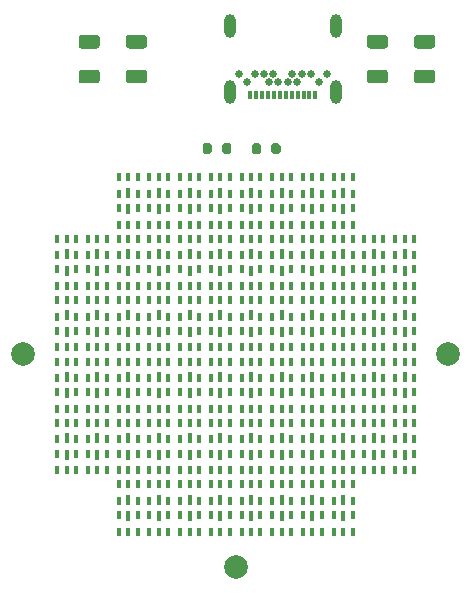
<source format=gbr>
G04 #@! TF.GenerationSoftware,KiCad,Pcbnew,(5.1.9-0-10_14)*
G04 #@! TF.CreationDate,2022-03-05T13:35:39-08:00*
G04 #@! TF.ProjectId,LED_array,4c45445f-6172-4726-9179-2e6b69636164,rev?*
G04 #@! TF.SameCoordinates,Original*
G04 #@! TF.FileFunction,Soldermask,Top*
G04 #@! TF.FilePolarity,Negative*
%FSLAX46Y46*%
G04 Gerber Fmt 4.6, Leading zero omitted, Abs format (unit mm)*
G04 Created by KiCad (PCBNEW (5.1.9-0-10_14)) date 2022-03-05 13:35:39*
%MOMM*%
%LPD*%
G01*
G04 APERTURE LIST*
%ADD10C,2.000000*%
%ADD11R,0.350000X0.700000*%
%ADD12C,0.650000*%
%ADD13O,1.000000X2.000000*%
%ADD14R,0.450000X0.850000*%
%ADD15R,0.450000X0.650000*%
G04 APERTURE END LIST*
D10*
X78000000Y-50000000D03*
X42000000Y-50000000D03*
X60000000Y-68000000D03*
D11*
X66750000Y-28070000D03*
X66250000Y-28070000D03*
X65750000Y-28070000D03*
X65250000Y-28070000D03*
X64750000Y-28070000D03*
X64250000Y-28070000D03*
X63750000Y-28070000D03*
X63250000Y-28070000D03*
X62750000Y-28070000D03*
X62250000Y-28070000D03*
X61750000Y-28070000D03*
X61250000Y-28070000D03*
D12*
X60950000Y-26950000D03*
X61600000Y-26250000D03*
X62400000Y-26250000D03*
X62800000Y-26950000D03*
X63200000Y-26250000D03*
X63600000Y-26950000D03*
X64400000Y-26950000D03*
X64800000Y-26250000D03*
X65200000Y-26950000D03*
X65600000Y-26250000D03*
X66400000Y-26250000D03*
X67050000Y-26950000D03*
X60275000Y-26250000D03*
X67725000Y-26250000D03*
D13*
X68500000Y-27750000D03*
X59500000Y-27750000D03*
X68500000Y-22150000D03*
X59500000Y-22150000D03*
D14*
X69100000Y-63700000D03*
D15*
X68300000Y-63600000D03*
X69900000Y-63600000D03*
X69100000Y-65000000D03*
X68300000Y-65000000D03*
X69900000Y-65000000D03*
D14*
X50900000Y-36300000D03*
D15*
X51700000Y-36400000D03*
X50100000Y-36400000D03*
X50900000Y-35000000D03*
X51700000Y-35000000D03*
X50100000Y-35000000D03*
D14*
X53500000Y-36300000D03*
D15*
X54300000Y-36400000D03*
X52700000Y-36400000D03*
X53500000Y-35000000D03*
X54300000Y-35000000D03*
X52700000Y-35000000D03*
D14*
X56100000Y-36300000D03*
D15*
X56900000Y-36400000D03*
X55300000Y-36400000D03*
X56100000Y-35000000D03*
X56900000Y-35000000D03*
X55300000Y-35000000D03*
D14*
X58700000Y-36300000D03*
D15*
X59500000Y-36400000D03*
X57900000Y-36400000D03*
X58700000Y-35000000D03*
X59500000Y-35000000D03*
X57900000Y-35000000D03*
D14*
X61300000Y-36300000D03*
D15*
X62100000Y-36400000D03*
X60500000Y-36400000D03*
X61300000Y-35000000D03*
X62100000Y-35000000D03*
X60500000Y-35000000D03*
D14*
X63900000Y-36300000D03*
D15*
X64700000Y-36400000D03*
X63100000Y-36400000D03*
X63900000Y-35000000D03*
X64700000Y-35000000D03*
X63100000Y-35000000D03*
D14*
X66500000Y-36300000D03*
D15*
X67300000Y-36400000D03*
X65700000Y-36400000D03*
X66500000Y-35000000D03*
X67300000Y-35000000D03*
X65700000Y-35000000D03*
D14*
X69100000Y-36300000D03*
D15*
X69900000Y-36400000D03*
X68300000Y-36400000D03*
X69100000Y-35000000D03*
X69900000Y-35000000D03*
X68300000Y-35000000D03*
D14*
X69100000Y-37700000D03*
D15*
X68300000Y-37600000D03*
X69900000Y-37600000D03*
X69100000Y-39000000D03*
X68300000Y-39000000D03*
X69900000Y-39000000D03*
D14*
X66500000Y-37700000D03*
D15*
X65700000Y-37600000D03*
X67300000Y-37600000D03*
X66500000Y-39000000D03*
X65700000Y-39000000D03*
X67300000Y-39000000D03*
D14*
X63900000Y-37700000D03*
D15*
X63100000Y-37600000D03*
X64700000Y-37600000D03*
X63900000Y-39000000D03*
X63100000Y-39000000D03*
X64700000Y-39000000D03*
D14*
X61300000Y-37700000D03*
D15*
X60500000Y-37600000D03*
X62100000Y-37600000D03*
X61300000Y-39000000D03*
X60500000Y-39000000D03*
X62100000Y-39000000D03*
D14*
X58700000Y-37700000D03*
D15*
X57900000Y-37600000D03*
X59500000Y-37600000D03*
X58700000Y-39000000D03*
X57900000Y-39000000D03*
X59500000Y-39000000D03*
D14*
X56100000Y-37700000D03*
D15*
X55300000Y-37600000D03*
X56900000Y-37600000D03*
X56100000Y-39000000D03*
X55300000Y-39000000D03*
X56900000Y-39000000D03*
D14*
X53500000Y-37700000D03*
D15*
X52700000Y-37600000D03*
X54300000Y-37600000D03*
X53500000Y-39000000D03*
X52700000Y-39000000D03*
X54300000Y-39000000D03*
D14*
X50900000Y-37700000D03*
D15*
X50100000Y-37600000D03*
X51700000Y-37600000D03*
X50900000Y-39000000D03*
X50100000Y-39000000D03*
X51700000Y-39000000D03*
D14*
X45700000Y-41500000D03*
D15*
X46500000Y-41600000D03*
X44900000Y-41600000D03*
X45700000Y-40200000D03*
X46500000Y-40200000D03*
X44900000Y-40200000D03*
D14*
X48300000Y-41500000D03*
D15*
X49100000Y-41600000D03*
X47500000Y-41600000D03*
X48300000Y-40200000D03*
X49100000Y-40200000D03*
X47500000Y-40200000D03*
D14*
X50900000Y-41500000D03*
D15*
X51700000Y-41600000D03*
X50100000Y-41600000D03*
X50900000Y-40200000D03*
X51700000Y-40200000D03*
X50100000Y-40200000D03*
D14*
X53500000Y-41500000D03*
D15*
X54300000Y-41600000D03*
X52700000Y-41600000D03*
X53500000Y-40200000D03*
X54300000Y-40200000D03*
X52700000Y-40200000D03*
D14*
X56100000Y-41500000D03*
D15*
X56900000Y-41600000D03*
X55300000Y-41600000D03*
X56100000Y-40200000D03*
X56900000Y-40200000D03*
X55300000Y-40200000D03*
D14*
X58700000Y-41500000D03*
D15*
X59500000Y-41600000D03*
X57900000Y-41600000D03*
X58700000Y-40200000D03*
X59500000Y-40200000D03*
X57900000Y-40200000D03*
D14*
X61300000Y-41500000D03*
D15*
X62100000Y-41600000D03*
X60500000Y-41600000D03*
X61300000Y-40200000D03*
X62100000Y-40200000D03*
X60500000Y-40200000D03*
D14*
X63900000Y-41500000D03*
D15*
X64700000Y-41600000D03*
X63100000Y-41600000D03*
X63900000Y-40200000D03*
X64700000Y-40200000D03*
X63100000Y-40200000D03*
D14*
X66500000Y-41500000D03*
D15*
X67300000Y-41600000D03*
X65700000Y-41600000D03*
X66500000Y-40200000D03*
X67300000Y-40200000D03*
X65700000Y-40200000D03*
D14*
X69100000Y-41500000D03*
D15*
X69900000Y-41600000D03*
X68300000Y-41600000D03*
X69100000Y-40200000D03*
X69900000Y-40200000D03*
X68300000Y-40200000D03*
D14*
X71700000Y-41500000D03*
D15*
X72500000Y-41600000D03*
X70900000Y-41600000D03*
X71700000Y-40200000D03*
X72500000Y-40200000D03*
X70900000Y-40200000D03*
D14*
X74300000Y-41500000D03*
D15*
X75100000Y-41600000D03*
X73500000Y-41600000D03*
X74300000Y-40200000D03*
X75100000Y-40200000D03*
X73500000Y-40200000D03*
D14*
X74300000Y-42900000D03*
D15*
X73500000Y-42800000D03*
X75100000Y-42800000D03*
X74300000Y-44200000D03*
X73500000Y-44200000D03*
X75100000Y-44200000D03*
D14*
X71700000Y-42900000D03*
D15*
X70900000Y-42800000D03*
X72500000Y-42800000D03*
X71700000Y-44200000D03*
X70900000Y-44200000D03*
X72500000Y-44200000D03*
D14*
X69100000Y-42900000D03*
D15*
X68300000Y-42800000D03*
X69900000Y-42800000D03*
X69100000Y-44200000D03*
X68300000Y-44200000D03*
X69900000Y-44200000D03*
D14*
X66500000Y-42900000D03*
D15*
X65700000Y-42800000D03*
X67300000Y-42800000D03*
X66500000Y-44200000D03*
X65700000Y-44200000D03*
X67300000Y-44200000D03*
D14*
X63900000Y-42900000D03*
D15*
X63100000Y-42800000D03*
X64700000Y-42800000D03*
X63900000Y-44200000D03*
X63100000Y-44200000D03*
X64700000Y-44200000D03*
D14*
X61300000Y-42900000D03*
D15*
X60500000Y-42800000D03*
X62100000Y-42800000D03*
X61300000Y-44200000D03*
X60500000Y-44200000D03*
X62100000Y-44200000D03*
D14*
X58700000Y-42900000D03*
D15*
X57900000Y-42800000D03*
X59500000Y-42800000D03*
X58700000Y-44200000D03*
X57900000Y-44200000D03*
X59500000Y-44200000D03*
D14*
X56100000Y-42900000D03*
D15*
X55300000Y-42800000D03*
X56900000Y-42800000D03*
X56100000Y-44200000D03*
X55300000Y-44200000D03*
X56900000Y-44200000D03*
D14*
X53500000Y-42900000D03*
D15*
X52700000Y-42800000D03*
X54300000Y-42800000D03*
X53500000Y-44200000D03*
X52700000Y-44200000D03*
X54300000Y-44200000D03*
D14*
X50900000Y-42900000D03*
D15*
X50100000Y-42800000D03*
X51700000Y-42800000D03*
X50900000Y-44200000D03*
X50100000Y-44200000D03*
X51700000Y-44200000D03*
D14*
X48300000Y-42900000D03*
D15*
X47500000Y-42800000D03*
X49100000Y-42800000D03*
X48300000Y-44200000D03*
X47500000Y-44200000D03*
X49100000Y-44200000D03*
D14*
X45700000Y-42900000D03*
D15*
X44900000Y-42800000D03*
X46500000Y-42800000D03*
X45700000Y-44200000D03*
X44900000Y-44200000D03*
X46500000Y-44200000D03*
D14*
X45700000Y-46700000D03*
D15*
X46500000Y-46800000D03*
X44900000Y-46800000D03*
X45700000Y-45400000D03*
X46500000Y-45400000D03*
X44900000Y-45400000D03*
D14*
X48300000Y-46700000D03*
D15*
X49100000Y-46800000D03*
X47500000Y-46800000D03*
X48300000Y-45400000D03*
X49100000Y-45400000D03*
X47500000Y-45400000D03*
D14*
X50900000Y-46700000D03*
D15*
X51700000Y-46800000D03*
X50100000Y-46800000D03*
X50900000Y-45400000D03*
X51700000Y-45400000D03*
X50100000Y-45400000D03*
D14*
X53500000Y-46700000D03*
D15*
X54300000Y-46800000D03*
X52700000Y-46800000D03*
X53500000Y-45400000D03*
X54300000Y-45400000D03*
X52700000Y-45400000D03*
D14*
X56100000Y-46700000D03*
D15*
X56900000Y-46800000D03*
X55300000Y-46800000D03*
X56100000Y-45400000D03*
X56900000Y-45400000D03*
X55300000Y-45400000D03*
D14*
X58700000Y-46700000D03*
D15*
X59500000Y-46800000D03*
X57900000Y-46800000D03*
X58700000Y-45400000D03*
X59500000Y-45400000D03*
X57900000Y-45400000D03*
D14*
X61300000Y-46700000D03*
D15*
X62100000Y-46800000D03*
X60500000Y-46800000D03*
X61300000Y-45400000D03*
X62100000Y-45400000D03*
X60500000Y-45400000D03*
D14*
X63900000Y-46700000D03*
D15*
X64700000Y-46800000D03*
X63100000Y-46800000D03*
X63900000Y-45400000D03*
X64700000Y-45400000D03*
X63100000Y-45400000D03*
D14*
X66500000Y-46700000D03*
D15*
X67300000Y-46800000D03*
X65700000Y-46800000D03*
X66500000Y-45400000D03*
X67300000Y-45400000D03*
X65700000Y-45400000D03*
D14*
X69100000Y-46700000D03*
D15*
X69900000Y-46800000D03*
X68300000Y-46800000D03*
X69100000Y-45400000D03*
X69900000Y-45400000D03*
X68300000Y-45400000D03*
D14*
X71700000Y-46700000D03*
D15*
X72500000Y-46800000D03*
X70900000Y-46800000D03*
X71700000Y-45400000D03*
X72500000Y-45400000D03*
X70900000Y-45400000D03*
D14*
X74300000Y-46700000D03*
D15*
X75100000Y-46800000D03*
X73500000Y-46800000D03*
X74300000Y-45400000D03*
X75100000Y-45400000D03*
X73500000Y-45400000D03*
D14*
X74300000Y-48100000D03*
D15*
X73500000Y-48000000D03*
X75100000Y-48000000D03*
X74300000Y-49400000D03*
X73500000Y-49400000D03*
X75100000Y-49400000D03*
D14*
X71700000Y-48100000D03*
D15*
X70900000Y-48000000D03*
X72500000Y-48000000D03*
X71700000Y-49400000D03*
X70900000Y-49400000D03*
X72500000Y-49400000D03*
D14*
X69100000Y-48100000D03*
D15*
X68300000Y-48000000D03*
X69900000Y-48000000D03*
X69100000Y-49400000D03*
X68300000Y-49400000D03*
X69900000Y-49400000D03*
D14*
X66500000Y-48100000D03*
D15*
X65700000Y-48000000D03*
X67300000Y-48000000D03*
X66500000Y-49400000D03*
X65700000Y-49400000D03*
X67300000Y-49400000D03*
D14*
X63900000Y-48100000D03*
D15*
X63100000Y-48000000D03*
X64700000Y-48000000D03*
X63900000Y-49400000D03*
X63100000Y-49400000D03*
X64700000Y-49400000D03*
D14*
X61300000Y-48100000D03*
D15*
X60500000Y-48000000D03*
X62100000Y-48000000D03*
X61300000Y-49400000D03*
X60500000Y-49400000D03*
X62100000Y-49400000D03*
D14*
X58700000Y-48100000D03*
D15*
X57900000Y-48000000D03*
X59500000Y-48000000D03*
X58700000Y-49400000D03*
X57900000Y-49400000D03*
X59500000Y-49400000D03*
D14*
X56100000Y-48100000D03*
D15*
X55300000Y-48000000D03*
X56900000Y-48000000D03*
X56100000Y-49400000D03*
X55300000Y-49400000D03*
X56900000Y-49400000D03*
D14*
X53500000Y-48100000D03*
D15*
X52700000Y-48000000D03*
X54300000Y-48000000D03*
X53500000Y-49400000D03*
X52700000Y-49400000D03*
X54300000Y-49400000D03*
D14*
X50900000Y-48100000D03*
D15*
X50100000Y-48000000D03*
X51700000Y-48000000D03*
X50900000Y-49400000D03*
X50100000Y-49400000D03*
X51700000Y-49400000D03*
D14*
X48300000Y-48100000D03*
D15*
X47500000Y-48000000D03*
X49100000Y-48000000D03*
X48300000Y-49400000D03*
X47500000Y-49400000D03*
X49100000Y-49400000D03*
D14*
X45700000Y-48100000D03*
D15*
X44900000Y-48000000D03*
X46500000Y-48000000D03*
X45700000Y-49400000D03*
X44900000Y-49400000D03*
X46500000Y-49400000D03*
D14*
X45700000Y-51900000D03*
D15*
X46500000Y-52000000D03*
X44900000Y-52000000D03*
X45700000Y-50600000D03*
X46500000Y-50600000D03*
X44900000Y-50600000D03*
D14*
X48300000Y-51900000D03*
D15*
X49100000Y-52000000D03*
X47500000Y-52000000D03*
X48300000Y-50600000D03*
X49100000Y-50600000D03*
X47500000Y-50600000D03*
D14*
X50900000Y-51900000D03*
D15*
X51700000Y-52000000D03*
X50100000Y-52000000D03*
X50900000Y-50600000D03*
X51700000Y-50600000D03*
X50100000Y-50600000D03*
D14*
X53500000Y-51900000D03*
D15*
X54300000Y-52000000D03*
X52700000Y-52000000D03*
X53500000Y-50600000D03*
X54300000Y-50600000D03*
X52700000Y-50600000D03*
D14*
X56100000Y-51900000D03*
D15*
X56900000Y-52000000D03*
X55300000Y-52000000D03*
X56100000Y-50600000D03*
X56900000Y-50600000D03*
X55300000Y-50600000D03*
D14*
X58700000Y-51900000D03*
D15*
X59500000Y-52000000D03*
X57900000Y-52000000D03*
X58700000Y-50600000D03*
X59500000Y-50600000D03*
X57900000Y-50600000D03*
D14*
X61300000Y-51900000D03*
D15*
X62100000Y-52000000D03*
X60500000Y-52000000D03*
X61300000Y-50600000D03*
X62100000Y-50600000D03*
X60500000Y-50600000D03*
D14*
X63900000Y-51900000D03*
D15*
X64700000Y-52000000D03*
X63100000Y-52000000D03*
X63900000Y-50600000D03*
X64700000Y-50600000D03*
X63100000Y-50600000D03*
D14*
X66500000Y-51900000D03*
D15*
X67300000Y-52000000D03*
X65700000Y-52000000D03*
X66500000Y-50600000D03*
X67300000Y-50600000D03*
X65700000Y-50600000D03*
D14*
X69100000Y-51900000D03*
D15*
X69900000Y-52000000D03*
X68300000Y-52000000D03*
X69100000Y-50600000D03*
X69900000Y-50600000D03*
X68300000Y-50600000D03*
D14*
X71700000Y-51900000D03*
D15*
X72500000Y-52000000D03*
X70900000Y-52000000D03*
X71700000Y-50600000D03*
X72500000Y-50600000D03*
X70900000Y-50600000D03*
D14*
X74300000Y-51900000D03*
D15*
X75100000Y-52000000D03*
X73500000Y-52000000D03*
X74300000Y-50600000D03*
X75100000Y-50600000D03*
X73500000Y-50600000D03*
D14*
X74300000Y-53300000D03*
D15*
X73500000Y-53200000D03*
X75100000Y-53200000D03*
X74300000Y-54600000D03*
X73500000Y-54600000D03*
X75100000Y-54600000D03*
D14*
X71700000Y-53300000D03*
D15*
X70900000Y-53200000D03*
X72500000Y-53200000D03*
X71700000Y-54600000D03*
X70900000Y-54600000D03*
X72500000Y-54600000D03*
D14*
X69100000Y-53300000D03*
D15*
X68300000Y-53200000D03*
X69900000Y-53200000D03*
X69100000Y-54600000D03*
X68300000Y-54600000D03*
X69900000Y-54600000D03*
D14*
X66500000Y-53300000D03*
D15*
X65700000Y-53200000D03*
X67300000Y-53200000D03*
X66500000Y-54600000D03*
X65700000Y-54600000D03*
X67300000Y-54600000D03*
D14*
X63900000Y-53300000D03*
D15*
X63100000Y-53200000D03*
X64700000Y-53200000D03*
X63900000Y-54600000D03*
X63100000Y-54600000D03*
X64700000Y-54600000D03*
D14*
X61300000Y-53300000D03*
D15*
X60500000Y-53200000D03*
X62100000Y-53200000D03*
X61300000Y-54600000D03*
X60500000Y-54600000D03*
X62100000Y-54600000D03*
D14*
X58700000Y-53300000D03*
D15*
X57900000Y-53200000D03*
X59500000Y-53200000D03*
X58700000Y-54600000D03*
X57900000Y-54600000D03*
X59500000Y-54600000D03*
D14*
X56100000Y-53300000D03*
D15*
X55300000Y-53200000D03*
X56900000Y-53200000D03*
X56100000Y-54600000D03*
X55300000Y-54600000D03*
X56900000Y-54600000D03*
D14*
X53500000Y-53300000D03*
D15*
X52700000Y-53200000D03*
X54300000Y-53200000D03*
X53500000Y-54600000D03*
X52700000Y-54600000D03*
X54300000Y-54600000D03*
D14*
X50900000Y-53300000D03*
D15*
X50100000Y-53200000D03*
X51700000Y-53200000D03*
X50900000Y-54600000D03*
X50100000Y-54600000D03*
X51700000Y-54600000D03*
D14*
X48300000Y-53300000D03*
D15*
X47500000Y-53200000D03*
X49100000Y-53200000D03*
X48300000Y-54600000D03*
X47500000Y-54600000D03*
X49100000Y-54600000D03*
D14*
X45700000Y-53300000D03*
D15*
X44900000Y-53200000D03*
X46500000Y-53200000D03*
X45700000Y-54600000D03*
X44900000Y-54600000D03*
X46500000Y-54600000D03*
D14*
X45700000Y-57100000D03*
D15*
X46500000Y-57200000D03*
X44900000Y-57200000D03*
X45700000Y-55800000D03*
X46500000Y-55800000D03*
X44900000Y-55800000D03*
D14*
X48300000Y-57100000D03*
D15*
X49100000Y-57200000D03*
X47500000Y-57200000D03*
X48300000Y-55800000D03*
X49100000Y-55800000D03*
X47500000Y-55800000D03*
D14*
X50900000Y-57100000D03*
D15*
X51700000Y-57200000D03*
X50100000Y-57200000D03*
X50900000Y-55800000D03*
X51700000Y-55800000D03*
X50100000Y-55800000D03*
D14*
X53500000Y-57100000D03*
D15*
X54300000Y-57200000D03*
X52700000Y-57200000D03*
X53500000Y-55800000D03*
X54300000Y-55800000D03*
X52700000Y-55800000D03*
D14*
X56100000Y-57100000D03*
D15*
X56900000Y-57200000D03*
X55300000Y-57200000D03*
X56100000Y-55800000D03*
X56900000Y-55800000D03*
X55300000Y-55800000D03*
D14*
X58700000Y-57100000D03*
D15*
X59500000Y-57200000D03*
X57900000Y-57200000D03*
X58700000Y-55800000D03*
X59500000Y-55800000D03*
X57900000Y-55800000D03*
D14*
X61300000Y-57100000D03*
D15*
X62100000Y-57200000D03*
X60500000Y-57200000D03*
X61300000Y-55800000D03*
X62100000Y-55800000D03*
X60500000Y-55800000D03*
D14*
X63900000Y-57100000D03*
D15*
X64700000Y-57200000D03*
X63100000Y-57200000D03*
X63900000Y-55800000D03*
X64700000Y-55800000D03*
X63100000Y-55800000D03*
D14*
X66500000Y-57100000D03*
D15*
X67300000Y-57200000D03*
X65700000Y-57200000D03*
X66500000Y-55800000D03*
X67300000Y-55800000D03*
X65700000Y-55800000D03*
D14*
X69100000Y-57100000D03*
D15*
X69900000Y-57200000D03*
X68300000Y-57200000D03*
X69100000Y-55800000D03*
X69900000Y-55800000D03*
X68300000Y-55800000D03*
D14*
X71700000Y-57100000D03*
D15*
X72500000Y-57200000D03*
X70900000Y-57200000D03*
X71700000Y-55800000D03*
X72500000Y-55800000D03*
X70900000Y-55800000D03*
D14*
X74300000Y-57100000D03*
D15*
X75100000Y-57200000D03*
X73500000Y-57200000D03*
X74300000Y-55800000D03*
X75100000Y-55800000D03*
X73500000Y-55800000D03*
D14*
X74300000Y-58500000D03*
D15*
X73500000Y-58400000D03*
X75100000Y-58400000D03*
X74300000Y-59800000D03*
X73500000Y-59800000D03*
X75100000Y-59800000D03*
D14*
X71700000Y-58500000D03*
D15*
X70900000Y-58400000D03*
X72500000Y-58400000D03*
X71700000Y-59800000D03*
X70900000Y-59800000D03*
X72500000Y-59800000D03*
D14*
X69100000Y-58500000D03*
D15*
X68300000Y-58400000D03*
X69900000Y-58400000D03*
X69100000Y-59800000D03*
X68300000Y-59800000D03*
X69900000Y-59800000D03*
D14*
X66500000Y-58500000D03*
D15*
X65700000Y-58400000D03*
X67300000Y-58400000D03*
X66500000Y-59800000D03*
X65700000Y-59800000D03*
X67300000Y-59800000D03*
D14*
X63900000Y-58500000D03*
D15*
X63100000Y-58400000D03*
X64700000Y-58400000D03*
X63900000Y-59800000D03*
X63100000Y-59800000D03*
X64700000Y-59800000D03*
D14*
X61300000Y-58500000D03*
D15*
X60500000Y-58400000D03*
X62100000Y-58400000D03*
X61300000Y-59800000D03*
X60500000Y-59800000D03*
X62100000Y-59800000D03*
D14*
X58700000Y-58500000D03*
D15*
X57900000Y-58400000D03*
X59500000Y-58400000D03*
X58700000Y-59800000D03*
X57900000Y-59800000D03*
X59500000Y-59800000D03*
D14*
X56100000Y-58500000D03*
D15*
X55300000Y-58400000D03*
X56900000Y-58400000D03*
X56100000Y-59800000D03*
X55300000Y-59800000D03*
X56900000Y-59800000D03*
D14*
X53500000Y-58500000D03*
D15*
X52700000Y-58400000D03*
X54300000Y-58400000D03*
X53500000Y-59800000D03*
X52700000Y-59800000D03*
X54300000Y-59800000D03*
D14*
X50900000Y-58500000D03*
D15*
X50100000Y-58400000D03*
X51700000Y-58400000D03*
X50900000Y-59800000D03*
X50100000Y-59800000D03*
X51700000Y-59800000D03*
D14*
X48300000Y-58500000D03*
D15*
X47500000Y-58400000D03*
X49100000Y-58400000D03*
X48300000Y-59800000D03*
X47500000Y-59800000D03*
X49100000Y-59800000D03*
D14*
X45700000Y-58500000D03*
D15*
X44900000Y-58400000D03*
X46500000Y-58400000D03*
X45700000Y-59800000D03*
X44900000Y-59800000D03*
X46500000Y-59800000D03*
D14*
X50900000Y-62300000D03*
D15*
X51700000Y-62400000D03*
X50100000Y-62400000D03*
X50900000Y-61000000D03*
X51700000Y-61000000D03*
X50100000Y-61000000D03*
D14*
X53500000Y-62300000D03*
D15*
X54300000Y-62400000D03*
X52700000Y-62400000D03*
X53500000Y-61000000D03*
X54300000Y-61000000D03*
X52700000Y-61000000D03*
D14*
X56100000Y-62300000D03*
D15*
X56900000Y-62400000D03*
X55300000Y-62400000D03*
X56100000Y-61000000D03*
X56900000Y-61000000D03*
X55300000Y-61000000D03*
D14*
X58700000Y-62300000D03*
D15*
X59500000Y-62400000D03*
X57900000Y-62400000D03*
X58700000Y-61000000D03*
X59500000Y-61000000D03*
X57900000Y-61000000D03*
D14*
X61300000Y-62300000D03*
D15*
X62100000Y-62400000D03*
X60500000Y-62400000D03*
X61300000Y-61000000D03*
X62100000Y-61000000D03*
X60500000Y-61000000D03*
D14*
X63900000Y-62300000D03*
D15*
X64700000Y-62400000D03*
X63100000Y-62400000D03*
X63900000Y-61000000D03*
X64700000Y-61000000D03*
X63100000Y-61000000D03*
D14*
X66500000Y-62300000D03*
D15*
X67300000Y-62400000D03*
X65700000Y-62400000D03*
X66500000Y-61000000D03*
X67300000Y-61000000D03*
X65700000Y-61000000D03*
D14*
X69100000Y-62300000D03*
D15*
X69900000Y-62400000D03*
X68300000Y-62400000D03*
X69100000Y-61000000D03*
X69900000Y-61000000D03*
X68300000Y-61000000D03*
D14*
X66500000Y-63700000D03*
D15*
X65700000Y-63600000D03*
X67300000Y-63600000D03*
X66500000Y-65000000D03*
X65700000Y-65000000D03*
X67300000Y-65000000D03*
D14*
X63900000Y-63700000D03*
D15*
X63100000Y-63600000D03*
X64700000Y-63600000D03*
X63900000Y-65000000D03*
X63100000Y-65000000D03*
X64700000Y-65000000D03*
D14*
X61300000Y-63700000D03*
D15*
X60500000Y-63600000D03*
X62100000Y-63600000D03*
X61300000Y-65000000D03*
X60500000Y-65000000D03*
X62100000Y-65000000D03*
D14*
X58700000Y-63700000D03*
D15*
X57900000Y-63600000D03*
X59500000Y-63600000D03*
X58700000Y-65000000D03*
X57900000Y-65000000D03*
X59500000Y-65000000D03*
D14*
X56100000Y-63700000D03*
D15*
X55300000Y-63600000D03*
X56900000Y-63600000D03*
X56100000Y-65000000D03*
X55300000Y-65000000D03*
X56900000Y-65000000D03*
D14*
X53500000Y-63700000D03*
D15*
X52700000Y-63600000D03*
X54300000Y-63600000D03*
X53500000Y-65000000D03*
X52700000Y-65000000D03*
X54300000Y-65000000D03*
X51700000Y-65000000D03*
X50100000Y-65000000D03*
X50900000Y-65000000D03*
X51700000Y-63600000D03*
X50100000Y-63600000D03*
D14*
X50900000Y-63700000D03*
G36*
G01*
X52250001Y-24100000D02*
X50949999Y-24100000D01*
G75*
G02*
X50700000Y-23850001I0J249999D01*
G01*
X50700000Y-23199999D01*
G75*
G02*
X50949999Y-22950000I249999J0D01*
G01*
X52250001Y-22950000D01*
G75*
G02*
X52500000Y-23199999I0J-249999D01*
G01*
X52500000Y-23850001D01*
G75*
G02*
X52250001Y-24100000I-249999J0D01*
G01*
G37*
G36*
G01*
X52250001Y-27050000D02*
X50949999Y-27050000D01*
G75*
G02*
X50700000Y-26800001I0J249999D01*
G01*
X50700000Y-26149999D01*
G75*
G02*
X50949999Y-25900000I249999J0D01*
G01*
X52250001Y-25900000D01*
G75*
G02*
X52500000Y-26149999I0J-249999D01*
G01*
X52500000Y-26800001D01*
G75*
G02*
X52250001Y-27050000I-249999J0D01*
G01*
G37*
G36*
G01*
X76650001Y-24100000D02*
X75349999Y-24100000D01*
G75*
G02*
X75100000Y-23850001I0J249999D01*
G01*
X75100000Y-23199999D01*
G75*
G02*
X75349999Y-22950000I249999J0D01*
G01*
X76650001Y-22950000D01*
G75*
G02*
X76900000Y-23199999I0J-249999D01*
G01*
X76900000Y-23850001D01*
G75*
G02*
X76650001Y-24100000I-249999J0D01*
G01*
G37*
G36*
G01*
X76650001Y-27050000D02*
X75349999Y-27050000D01*
G75*
G02*
X75100000Y-26800001I0J249999D01*
G01*
X75100000Y-26149999D01*
G75*
G02*
X75349999Y-25900000I249999J0D01*
G01*
X76650001Y-25900000D01*
G75*
G02*
X76900000Y-26149999I0J-249999D01*
G01*
X76900000Y-26800001D01*
G75*
G02*
X76650001Y-27050000I-249999J0D01*
G01*
G37*
G36*
G01*
X48250001Y-24100000D02*
X46949999Y-24100000D01*
G75*
G02*
X46700000Y-23850001I0J249999D01*
G01*
X46700000Y-23199999D01*
G75*
G02*
X46949999Y-22950000I249999J0D01*
G01*
X48250001Y-22950000D01*
G75*
G02*
X48500000Y-23199999I0J-249999D01*
G01*
X48500000Y-23850001D01*
G75*
G02*
X48250001Y-24100000I-249999J0D01*
G01*
G37*
G36*
G01*
X48250001Y-27050000D02*
X46949999Y-27050000D01*
G75*
G02*
X46700000Y-26800001I0J249999D01*
G01*
X46700000Y-26149999D01*
G75*
G02*
X46949999Y-25900000I249999J0D01*
G01*
X48250001Y-25900000D01*
G75*
G02*
X48500000Y-26149999I0J-249999D01*
G01*
X48500000Y-26800001D01*
G75*
G02*
X48250001Y-27050000I-249999J0D01*
G01*
G37*
G36*
G01*
X72650001Y-24100000D02*
X71349999Y-24100000D01*
G75*
G02*
X71100000Y-23850001I0J249999D01*
G01*
X71100000Y-23199999D01*
G75*
G02*
X71349999Y-22950000I249999J0D01*
G01*
X72650001Y-22950000D01*
G75*
G02*
X72900000Y-23199999I0J-249999D01*
G01*
X72900000Y-23850001D01*
G75*
G02*
X72650001Y-24100000I-249999J0D01*
G01*
G37*
G36*
G01*
X72650001Y-27050000D02*
X71349999Y-27050000D01*
G75*
G02*
X71100000Y-26800001I0J249999D01*
G01*
X71100000Y-26149999D01*
G75*
G02*
X71349999Y-25900000I249999J0D01*
G01*
X72650001Y-25900000D01*
G75*
G02*
X72900000Y-26149999I0J-249999D01*
G01*
X72900000Y-26800001D01*
G75*
G02*
X72650001Y-27050000I-249999J0D01*
G01*
G37*
G36*
G01*
X63005000Y-32865000D02*
X63005000Y-32315000D01*
G75*
G02*
X63205000Y-32115000I200000J0D01*
G01*
X63605000Y-32115000D01*
G75*
G02*
X63805000Y-32315000I0J-200000D01*
G01*
X63805000Y-32865000D01*
G75*
G02*
X63605000Y-33065000I-200000J0D01*
G01*
X63205000Y-33065000D01*
G75*
G02*
X63005000Y-32865000I0J200000D01*
G01*
G37*
G36*
G01*
X61355000Y-32865000D02*
X61355000Y-32315000D01*
G75*
G02*
X61555000Y-32115000I200000J0D01*
G01*
X61955000Y-32115000D01*
G75*
G02*
X62155000Y-32315000I0J-200000D01*
G01*
X62155000Y-32865000D01*
G75*
G02*
X61955000Y-33065000I-200000J0D01*
G01*
X61555000Y-33065000D01*
G75*
G02*
X61355000Y-32865000I0J200000D01*
G01*
G37*
G36*
G01*
X58845000Y-32845000D02*
X58845000Y-32295000D01*
G75*
G02*
X59045000Y-32095000I200000J0D01*
G01*
X59445000Y-32095000D01*
G75*
G02*
X59645000Y-32295000I0J-200000D01*
G01*
X59645000Y-32845000D01*
G75*
G02*
X59445000Y-33045000I-200000J0D01*
G01*
X59045000Y-33045000D01*
G75*
G02*
X58845000Y-32845000I0J200000D01*
G01*
G37*
G36*
G01*
X57195000Y-32845000D02*
X57195000Y-32295000D01*
G75*
G02*
X57395000Y-32095000I200000J0D01*
G01*
X57795000Y-32095000D01*
G75*
G02*
X57995000Y-32295000I0J-200000D01*
G01*
X57995000Y-32845000D01*
G75*
G02*
X57795000Y-33045000I-200000J0D01*
G01*
X57395000Y-33045000D01*
G75*
G02*
X57195000Y-32845000I0J200000D01*
G01*
G37*
M02*

</source>
